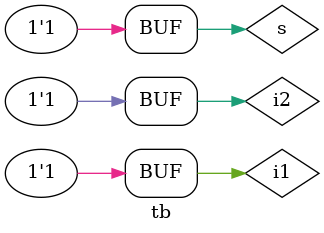
<source format=v>
module tb;
  reg s,i1,i2;
  wire y;
  mux2_1 uut(y,s,i1,i2);
  initial begin
    $monitor("i1=%b,i2=%b,y=%b,s=%b",i1,i2,y,s);
    s=0;i1=0;i2=0;
    #2 i1=1;i2=0;
    #2 i1=0;i2=1;
    #2 i1=1;i2=1;
    #2 s=1;i1=0;i2=0;
    #2 i1=1;i2=0;
    #2 i1=0;i2=1;
    #2 i1=1;i2=1;
  end
endmodule

</source>
